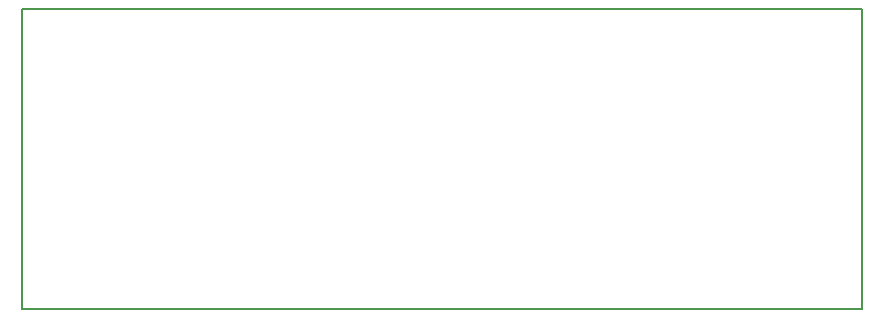
<source format=gbr>
G04 #@! TF.GenerationSoftware,KiCad,Pcbnew,(5.1.2)-2*
G04 #@! TF.CreationDate,2019-10-24T20:02:35-04:00*
G04 #@! TF.ProjectId,T32_ref,5433325f-7265-4662-9e6b-696361645f70,rev?*
G04 #@! TF.SameCoordinates,Original*
G04 #@! TF.FileFunction,Profile,NP*
%FSLAX46Y46*%
G04 Gerber Fmt 4.6, Leading zero omitted, Abs format (unit mm)*
G04 Created by KiCad (PCBNEW (5.1.2)-2) date 2019-10-24 20:02:35*
%MOMM*%
%LPD*%
G04 APERTURE LIST*
%ADD10C,0.150000*%
G04 APERTURE END LIST*
D10*
X112941100Y-117703600D02*
X184061100Y-117703600D01*
X184061100Y-117703600D02*
X184061100Y-92303600D01*
X184061100Y-92303600D02*
X112941100Y-92303600D01*
X112941100Y-92303600D02*
X112941100Y-117703600D01*
M02*

</source>
